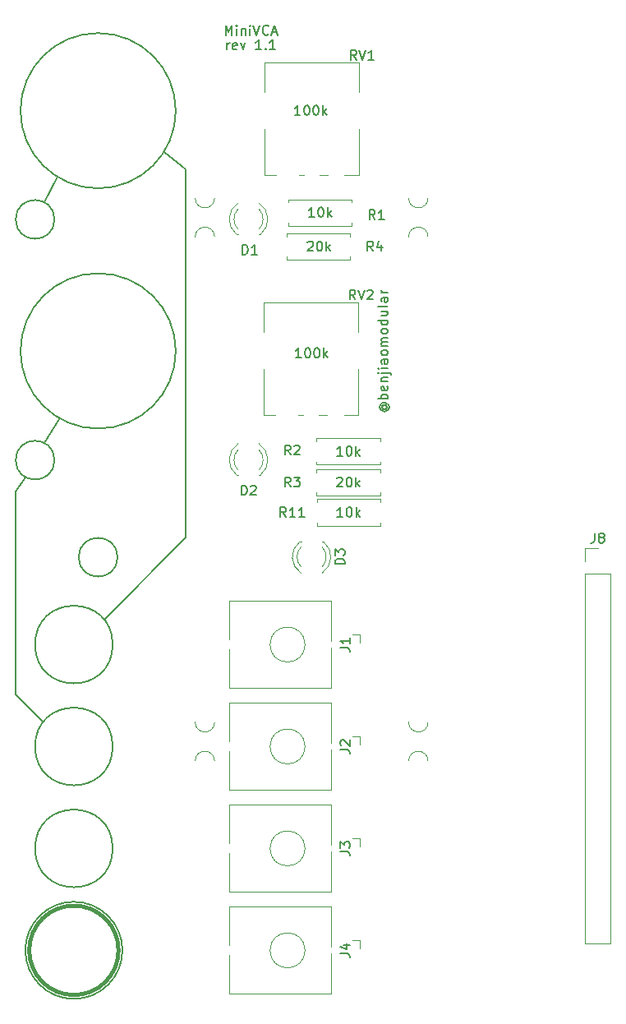
<source format=gbr>
%TF.GenerationSoftware,KiCad,Pcbnew,5.1.9+dfsg1-1~bpo10+1*%
%TF.CreationDate,2021-12-28T01:34:00+08:00*%
%TF.ProjectId,MiniVCA 1.1,4d696e69-5643-4412-9031-2e312e6b6963,rev?*%
%TF.SameCoordinates,Original*%
%TF.FileFunction,Legend,Top*%
%TF.FilePolarity,Positive*%
%FSLAX46Y46*%
G04 Gerber Fmt 4.6, Leading zero omitted, Abs format (unit mm)*
G04 Created by KiCad (PCBNEW 5.1.9+dfsg1-1~bpo10+1) date 2021-12-28 01:34:00*
%MOMM*%
%LPD*%
G01*
G04 APERTURE LIST*
%ADD10C,0.150000*%
%ADD11C,0.200000*%
%ADD12C,0.400000*%
%ADD13C,0.100000*%
%ADD14C,0.120000*%
G04 APERTURE END LIST*
D10*
X62503998Y-149500000D02*
G75*
G03*
X62503998Y-149500000I-5003998J0D01*
G01*
D11*
X89376190Y-93347619D02*
X89328571Y-93395238D01*
X89280952Y-93490476D01*
X89280952Y-93585714D01*
X89328571Y-93680952D01*
X89376190Y-93728571D01*
X89471428Y-93776190D01*
X89566666Y-93776190D01*
X89661904Y-93728571D01*
X89709523Y-93680952D01*
X89757142Y-93585714D01*
X89757142Y-93490476D01*
X89709523Y-93395238D01*
X89661904Y-93347619D01*
X89280952Y-93347619D02*
X89661904Y-93347619D01*
X89709523Y-93300000D01*
X89709523Y-93252380D01*
X89661904Y-93157142D01*
X89566666Y-93109523D01*
X89328571Y-93109523D01*
X89185714Y-93204761D01*
X89090476Y-93347619D01*
X89042857Y-93538095D01*
X89090476Y-93728571D01*
X89185714Y-93871428D01*
X89328571Y-93966666D01*
X89519047Y-94014285D01*
X89709523Y-93966666D01*
X89852380Y-93871428D01*
X89947619Y-93728571D01*
X89995238Y-93538095D01*
X89947619Y-93347619D01*
X89852380Y-93204761D01*
X89852380Y-92680952D02*
X88852380Y-92680952D01*
X89233333Y-92680952D02*
X89185714Y-92585714D01*
X89185714Y-92395238D01*
X89233333Y-92300000D01*
X89280952Y-92252380D01*
X89376190Y-92204761D01*
X89661904Y-92204761D01*
X89757142Y-92252380D01*
X89804761Y-92300000D01*
X89852380Y-92395238D01*
X89852380Y-92585714D01*
X89804761Y-92680952D01*
X89804761Y-91395238D02*
X89852380Y-91490476D01*
X89852380Y-91680952D01*
X89804761Y-91776190D01*
X89709523Y-91823809D01*
X89328571Y-91823809D01*
X89233333Y-91776190D01*
X89185714Y-91680952D01*
X89185714Y-91490476D01*
X89233333Y-91395238D01*
X89328571Y-91347619D01*
X89423809Y-91347619D01*
X89519047Y-91823809D01*
X89185714Y-90919047D02*
X89852380Y-90919047D01*
X89280952Y-90919047D02*
X89233333Y-90871428D01*
X89185714Y-90776190D01*
X89185714Y-90633333D01*
X89233333Y-90538095D01*
X89328571Y-90490476D01*
X89852380Y-90490476D01*
X89185714Y-90014285D02*
X90042857Y-90014285D01*
X90138095Y-90061904D01*
X90185714Y-90157142D01*
X90185714Y-90204761D01*
X88852380Y-90014285D02*
X88900000Y-90061904D01*
X88947619Y-90014285D01*
X88900000Y-89966666D01*
X88852380Y-90014285D01*
X88947619Y-90014285D01*
X89852380Y-89538095D02*
X89185714Y-89538095D01*
X88852380Y-89538095D02*
X88900000Y-89585714D01*
X88947619Y-89538095D01*
X88900000Y-89490476D01*
X88852380Y-89538095D01*
X88947619Y-89538095D01*
X89852380Y-88633333D02*
X89328571Y-88633333D01*
X89233333Y-88680952D01*
X89185714Y-88776190D01*
X89185714Y-88966666D01*
X89233333Y-89061904D01*
X89804761Y-88633333D02*
X89852380Y-88728571D01*
X89852380Y-88966666D01*
X89804761Y-89061904D01*
X89709523Y-89109523D01*
X89614285Y-89109523D01*
X89519047Y-89061904D01*
X89471428Y-88966666D01*
X89471428Y-88728571D01*
X89423809Y-88633333D01*
X89852380Y-88014285D02*
X89804761Y-88109523D01*
X89757142Y-88157142D01*
X89661904Y-88204761D01*
X89376190Y-88204761D01*
X89280952Y-88157142D01*
X89233333Y-88109523D01*
X89185714Y-88014285D01*
X89185714Y-87871428D01*
X89233333Y-87776190D01*
X89280952Y-87728571D01*
X89376190Y-87680952D01*
X89661904Y-87680952D01*
X89757142Y-87728571D01*
X89804761Y-87776190D01*
X89852380Y-87871428D01*
X89852380Y-88014285D01*
X89852380Y-87252380D02*
X89185714Y-87252380D01*
X89280952Y-87252380D02*
X89233333Y-87204761D01*
X89185714Y-87109523D01*
X89185714Y-86966666D01*
X89233333Y-86871428D01*
X89328571Y-86823809D01*
X89852380Y-86823809D01*
X89328571Y-86823809D02*
X89233333Y-86776190D01*
X89185714Y-86680952D01*
X89185714Y-86538095D01*
X89233333Y-86442857D01*
X89328571Y-86395238D01*
X89852380Y-86395238D01*
X89852380Y-85776190D02*
X89804761Y-85871428D01*
X89757142Y-85919047D01*
X89661904Y-85966666D01*
X89376190Y-85966666D01*
X89280952Y-85919047D01*
X89233333Y-85871428D01*
X89185714Y-85776190D01*
X89185714Y-85633333D01*
X89233333Y-85538095D01*
X89280952Y-85490476D01*
X89376190Y-85442857D01*
X89661904Y-85442857D01*
X89757142Y-85490476D01*
X89804761Y-85538095D01*
X89852380Y-85633333D01*
X89852380Y-85776190D01*
X89852380Y-84585714D02*
X88852380Y-84585714D01*
X89804761Y-84585714D02*
X89852380Y-84680952D01*
X89852380Y-84871428D01*
X89804761Y-84966666D01*
X89757142Y-85014285D01*
X89661904Y-85061904D01*
X89376190Y-85061904D01*
X89280952Y-85014285D01*
X89233333Y-84966666D01*
X89185714Y-84871428D01*
X89185714Y-84680952D01*
X89233333Y-84585714D01*
X89185714Y-83680952D02*
X89852380Y-83680952D01*
X89185714Y-84109523D02*
X89709523Y-84109523D01*
X89804761Y-84061904D01*
X89852380Y-83966666D01*
X89852380Y-83823809D01*
X89804761Y-83728571D01*
X89757142Y-83680952D01*
X89852380Y-83061904D02*
X89804761Y-83157142D01*
X89709523Y-83204761D01*
X88852380Y-83204761D01*
X89852380Y-82252380D02*
X89328571Y-82252380D01*
X89233333Y-82300000D01*
X89185714Y-82395238D01*
X89185714Y-82585714D01*
X89233333Y-82680952D01*
X89804761Y-82252380D02*
X89852380Y-82347619D01*
X89852380Y-82585714D01*
X89804761Y-82680952D01*
X89709523Y-82728571D01*
X89614285Y-82728571D01*
X89519047Y-82680952D01*
X89471428Y-82585714D01*
X89471428Y-82347619D01*
X89423809Y-82252380D01*
X89852380Y-81776190D02*
X89185714Y-81776190D01*
X89376190Y-81776190D02*
X89280952Y-81728571D01*
X89233333Y-81680952D01*
X89185714Y-81585714D01*
X89185714Y-81490476D01*
D10*
X73130952Y-55202380D02*
X73130952Y-54202380D01*
X73464285Y-54916666D01*
X73797619Y-54202380D01*
X73797619Y-55202380D01*
X74273809Y-55202380D02*
X74273809Y-54535714D01*
X74273809Y-54202380D02*
X74226190Y-54250000D01*
X74273809Y-54297619D01*
X74321428Y-54250000D01*
X74273809Y-54202380D01*
X74273809Y-54297619D01*
X74750000Y-54535714D02*
X74750000Y-55202380D01*
X74750000Y-54630952D02*
X74797619Y-54583333D01*
X74892857Y-54535714D01*
X75035714Y-54535714D01*
X75130952Y-54583333D01*
X75178571Y-54678571D01*
X75178571Y-55202380D01*
X75654761Y-55202380D02*
X75654761Y-54535714D01*
X75654761Y-54202380D02*
X75607142Y-54250000D01*
X75654761Y-54297619D01*
X75702380Y-54250000D01*
X75654761Y-54202380D01*
X75654761Y-54297619D01*
X75988095Y-54202380D02*
X76321428Y-55202380D01*
X76654761Y-54202380D01*
X77559523Y-55107142D02*
X77511904Y-55154761D01*
X77369047Y-55202380D01*
X77273809Y-55202380D01*
X77130952Y-55154761D01*
X77035714Y-55059523D01*
X76988095Y-54964285D01*
X76940476Y-54773809D01*
X76940476Y-54630952D01*
X76988095Y-54440476D01*
X77035714Y-54345238D01*
X77130952Y-54250000D01*
X77273809Y-54202380D01*
X77369047Y-54202380D01*
X77511904Y-54250000D01*
X77559523Y-54297619D01*
X77940476Y-54916666D02*
X78416666Y-54916666D01*
X77845238Y-55202380D02*
X78178571Y-54202380D01*
X78511904Y-55202380D01*
X69000000Y-107000000D02*
X60600000Y-115400000D01*
X69000000Y-87300000D02*
X69000000Y-107000000D01*
X69000000Y-69000000D02*
X66800000Y-67300000D01*
X69000000Y-87300000D02*
X69000000Y-69000000D01*
X51500000Y-102250000D02*
X52500000Y-100750000D01*
X51500000Y-123100000D02*
X51500000Y-102250000D01*
X54400000Y-126000000D02*
X51500000Y-123100000D01*
X73297619Y-56702380D02*
X73297619Y-56035714D01*
X73297619Y-56226190D02*
X73345238Y-56130952D01*
X73392857Y-56083333D01*
X73488095Y-56035714D01*
X73583333Y-56035714D01*
X74297619Y-56654761D02*
X74202380Y-56702380D01*
X74011904Y-56702380D01*
X73916666Y-56654761D01*
X73869047Y-56559523D01*
X73869047Y-56178571D01*
X73916666Y-56083333D01*
X74011904Y-56035714D01*
X74202380Y-56035714D01*
X74297619Y-56083333D01*
X74345238Y-56178571D01*
X74345238Y-56273809D01*
X73869047Y-56369047D01*
X74678571Y-56035714D02*
X74916666Y-56702380D01*
X75154761Y-56035714D01*
X76821428Y-56702380D02*
X76250000Y-56702380D01*
X76535714Y-56702380D02*
X76535714Y-55702380D01*
X76440476Y-55845238D01*
X76345238Y-55940476D01*
X76250000Y-55988095D01*
X77250000Y-56607142D02*
X77297619Y-56654761D01*
X77250000Y-56702380D01*
X77202380Y-56654761D01*
X77250000Y-56607142D01*
X77250000Y-56702380D01*
X78250000Y-56702380D02*
X77678571Y-56702380D01*
X77964285Y-56702380D02*
X77964285Y-55702380D01*
X77869047Y-55845238D01*
X77773809Y-55940476D01*
X77678571Y-55988095D01*
D12*
X62101087Y-149500000D02*
G75*
G03*
X62101087Y-149500000I-4601087J0D01*
G01*
D10*
X61500000Y-139000000D02*
G75*
G03*
X61500000Y-139000000I-4000000J0D01*
G01*
X61500000Y-128500000D02*
G75*
G03*
X61500000Y-128500000I-4000000J0D01*
G01*
X61500000Y-118000000D02*
G75*
G03*
X61500000Y-118000000I-4000000J0D01*
G01*
X62000000Y-109000000D02*
G75*
G03*
X62000000Y-109000000I-2000000J0D01*
G01*
X54450000Y-72400000D02*
X55800000Y-69800000D01*
X54500000Y-97250000D02*
X56000000Y-94750000D01*
X68000000Y-87750000D02*
G75*
G03*
X68000000Y-87750000I-8000000J0D01*
G01*
X68000000Y-63000000D02*
G75*
G03*
X68000000Y-63000000I-8000000J0D01*
G01*
X55500000Y-74200000D02*
G75*
G03*
X55500000Y-74200000I-2000000J0D01*
G01*
X55500000Y-99000000D02*
G75*
G03*
X55500000Y-99000000I-2000000J0D01*
G01*
D13*
%TO.C,REF\u002A\u002A*%
X92000000Y-126000000D02*
G75*
G03*
X94000000Y-126000000I1000000J0D01*
G01*
X94000000Y-130000000D02*
G75*
G03*
X92000000Y-130000000I-1000000J0D01*
G01*
X92000000Y-72000000D02*
G75*
G03*
X94000000Y-72000000I1000000J0D01*
G01*
X94000000Y-76000000D02*
G75*
G03*
X92000000Y-76000000I-1000000J0D01*
G01*
X70000000Y-126000000D02*
G75*
G03*
X72000000Y-126000000I1000000J0D01*
G01*
X72000000Y-130000000D02*
G75*
G03*
X70000000Y-130000000I-1000000J0D01*
G01*
X70000000Y-72000000D02*
G75*
G03*
X72000000Y-72000000I1000000J0D01*
G01*
X72000000Y-76000000D02*
G75*
G03*
X70000000Y-76000000I-1000000J0D01*
G01*
D14*
%TO.C,D1*%
X76580000Y-75740000D02*
X76736000Y-75740000D01*
X74264000Y-75740000D02*
X74420000Y-75740000D01*
X74421392Y-72507665D02*
G75*
G03*
X74264484Y-75740000I1078608J-1672335D01*
G01*
X76578608Y-72507665D02*
G75*
G02*
X76735516Y-75740000I-1078608J-1672335D01*
G01*
X74420163Y-73138870D02*
G75*
G03*
X74420000Y-75220961I1079837J-1041130D01*
G01*
X76579837Y-73138870D02*
G75*
G02*
X76580000Y-75220961I-1079837J-1041130D01*
G01*
%TO.C,D2*%
X74264000Y-100540000D02*
X74420000Y-100540000D01*
X76580000Y-100540000D02*
X76736000Y-100540000D01*
X76579837Y-97938870D02*
G75*
G02*
X76580000Y-100020961I-1079837J-1041130D01*
G01*
X74420163Y-97938870D02*
G75*
G03*
X74420000Y-100020961I1079837J-1041130D01*
G01*
X76578608Y-97307665D02*
G75*
G02*
X76735516Y-100540000I-1078608J-1672335D01*
G01*
X74421392Y-97307665D02*
G75*
G03*
X74264484Y-100540000I1078608J-1672335D01*
G01*
%TO.C,J1*%
X87000000Y-116940000D02*
X87000000Y-117800000D01*
X73520000Y-117500000D02*
X73520000Y-113500000D01*
X73520000Y-122500000D02*
X73520000Y-118500000D01*
X84020000Y-113500000D02*
X73520000Y-113500000D01*
X81320000Y-118000000D02*
G75*
G03*
X81320000Y-118000000I-1800000J0D01*
G01*
X84020000Y-117650000D02*
X84020000Y-113500000D01*
X84020000Y-122500000D02*
X84020000Y-118350000D01*
X84020000Y-122500000D02*
X73520000Y-122500000D01*
X87000000Y-116940000D02*
X86200000Y-116940000D01*
%TO.C,J2*%
X87000000Y-127440000D02*
X86200000Y-127440000D01*
X84020000Y-133000000D02*
X73520000Y-133000000D01*
X84020000Y-133000000D02*
X84020000Y-128850000D01*
X84020000Y-128150000D02*
X84020000Y-124000000D01*
X81320000Y-128500000D02*
G75*
G03*
X81320000Y-128500000I-1800000J0D01*
G01*
X84020000Y-124000000D02*
X73520000Y-124000000D01*
X73520000Y-133000000D02*
X73520000Y-129000000D01*
X73520000Y-128000000D02*
X73520000Y-124000000D01*
X87000000Y-127440000D02*
X87000000Y-128300000D01*
%TO.C,J3*%
X87000000Y-137940000D02*
X87000000Y-138800000D01*
X73520000Y-138500000D02*
X73520000Y-134500000D01*
X73520000Y-143500000D02*
X73520000Y-139500000D01*
X84020000Y-134500000D02*
X73520000Y-134500000D01*
X81320000Y-139000000D02*
G75*
G03*
X81320000Y-139000000I-1800000J0D01*
G01*
X84020000Y-138650000D02*
X84020000Y-134500000D01*
X84020000Y-143500000D02*
X84020000Y-139350000D01*
X84020000Y-143500000D02*
X73520000Y-143500000D01*
X87000000Y-137940000D02*
X86200000Y-137940000D01*
%TO.C,J4*%
X87000000Y-148440000D02*
X86200000Y-148440000D01*
X84020000Y-154000000D02*
X73520000Y-154000000D01*
X84020000Y-154000000D02*
X84020000Y-149850000D01*
X84020000Y-149150000D02*
X84020000Y-145000000D01*
X81320000Y-149500000D02*
G75*
G03*
X81320000Y-149500000I-1800000J0D01*
G01*
X84020000Y-145000000D02*
X73520000Y-145000000D01*
X73520000Y-154000000D02*
X73520000Y-150000000D01*
X73520000Y-149000000D02*
X73520000Y-145000000D01*
X87000000Y-148440000D02*
X87000000Y-149300000D01*
%TO.C,R1*%
X79620000Y-72130000D02*
X79620000Y-72460000D01*
X86160000Y-72130000D02*
X79620000Y-72130000D01*
X86160000Y-72460000D02*
X86160000Y-72130000D01*
X79620000Y-74870000D02*
X79620000Y-74540000D01*
X86160000Y-74870000D02*
X79620000Y-74870000D01*
X86160000Y-74540000D02*
X86160000Y-74870000D01*
%TO.C,R2*%
X82520000Y-96730000D02*
X82520000Y-97060000D01*
X89060000Y-96730000D02*
X82520000Y-96730000D01*
X89060000Y-97060000D02*
X89060000Y-96730000D01*
X82520000Y-99470000D02*
X82520000Y-99140000D01*
X89060000Y-99470000D02*
X82520000Y-99470000D01*
X89060000Y-99140000D02*
X89060000Y-99470000D01*
%TO.C,R3*%
X82520000Y-99930000D02*
X82520000Y-100260000D01*
X89060000Y-99930000D02*
X82520000Y-99930000D01*
X89060000Y-100260000D02*
X89060000Y-99930000D01*
X82520000Y-102670000D02*
X82520000Y-102340000D01*
X89060000Y-102670000D02*
X82520000Y-102670000D01*
X89060000Y-102340000D02*
X89060000Y-102670000D01*
%TO.C,R4*%
X79420000Y-75630000D02*
X79420000Y-75960000D01*
X85960000Y-75630000D02*
X79420000Y-75630000D01*
X85960000Y-75960000D02*
X85960000Y-75630000D01*
X79420000Y-78370000D02*
X79420000Y-78040000D01*
X85960000Y-78370000D02*
X79420000Y-78370000D01*
X85960000Y-78040000D02*
X85960000Y-78370000D01*
%TO.C,RV1*%
X86870000Y-69620000D02*
X86870000Y-64900000D01*
X86870000Y-69620000D02*
X85380000Y-69620000D01*
X83660000Y-69620000D02*
X82830000Y-69620000D01*
X78310000Y-69620000D02*
X77130000Y-69620000D01*
X86870000Y-58030000D02*
X77130000Y-58030000D01*
X86870000Y-61090000D02*
X86870000Y-58030000D01*
X77120000Y-69620000D02*
X77120000Y-64900000D01*
X77130000Y-61090000D02*
X77130000Y-58030000D01*
X81210000Y-69620000D02*
X80680000Y-69620000D01*
%TO.C,RV2*%
X81160000Y-94370000D02*
X80630000Y-94370000D01*
X77080000Y-85840000D02*
X77080000Y-82780000D01*
X77070000Y-94370000D02*
X77070000Y-89650000D01*
X86820000Y-85840000D02*
X86820000Y-82780000D01*
X86820000Y-82780000D02*
X77080000Y-82780000D01*
X78260000Y-94370000D02*
X77080000Y-94370000D01*
X83610000Y-94370000D02*
X82780000Y-94370000D01*
X86820000Y-94370000D02*
X85330000Y-94370000D01*
X86820000Y-94370000D02*
X86820000Y-89650000D01*
%TO.C,D3*%
X80920000Y-107410000D02*
X80764000Y-107410000D01*
X83236000Y-107410000D02*
X83080000Y-107410000D01*
X83078608Y-110642335D02*
G75*
G03*
X83235516Y-107410000I-1078608J1672335D01*
G01*
X80921392Y-110642335D02*
G75*
G02*
X80764484Y-107410000I1078608J1672335D01*
G01*
X83079837Y-110011130D02*
G75*
G03*
X83080000Y-107929039I-1079837J1041130D01*
G01*
X80920163Y-110011130D02*
G75*
G02*
X80920000Y-107929039I1079837J1041130D01*
G01*
%TO.C,R11*%
X89080000Y-105770000D02*
X89080000Y-105440000D01*
X82540000Y-105770000D02*
X89080000Y-105770000D01*
X82540000Y-105440000D02*
X82540000Y-105770000D01*
X89080000Y-103030000D02*
X89080000Y-103360000D01*
X82540000Y-103030000D02*
X89080000Y-103030000D01*
X82540000Y-103360000D02*
X82540000Y-103030000D01*
%TO.C,J8*%
X110170000Y-108070000D02*
X111500000Y-108070000D01*
X110170000Y-109400000D02*
X110170000Y-108070000D01*
X110170000Y-110670000D02*
X112830000Y-110670000D01*
X112830000Y-110670000D02*
X112830000Y-148830000D01*
X110170000Y-110670000D02*
X110170000Y-148830000D01*
X110170000Y-148830000D02*
X112830000Y-148830000D01*
%TO.C,D1*%
D10*
X74861904Y-77802380D02*
X74861904Y-76802380D01*
X75100000Y-76802380D01*
X75242857Y-76850000D01*
X75338095Y-76945238D01*
X75385714Y-77040476D01*
X75433333Y-77230952D01*
X75433333Y-77373809D01*
X75385714Y-77564285D01*
X75338095Y-77659523D01*
X75242857Y-77754761D01*
X75100000Y-77802380D01*
X74861904Y-77802380D01*
X76385714Y-77802380D02*
X75814285Y-77802380D01*
X76100000Y-77802380D02*
X76100000Y-76802380D01*
X76004761Y-76945238D01*
X75909523Y-77040476D01*
X75814285Y-77088095D01*
%TO.C,D2*%
X74761904Y-102602380D02*
X74761904Y-101602380D01*
X75000000Y-101602380D01*
X75142857Y-101650000D01*
X75238095Y-101745238D01*
X75285714Y-101840476D01*
X75333333Y-102030952D01*
X75333333Y-102173809D01*
X75285714Y-102364285D01*
X75238095Y-102459523D01*
X75142857Y-102554761D01*
X75000000Y-102602380D01*
X74761904Y-102602380D01*
X75714285Y-101697619D02*
X75761904Y-101650000D01*
X75857142Y-101602380D01*
X76095238Y-101602380D01*
X76190476Y-101650000D01*
X76238095Y-101697619D01*
X76285714Y-101792857D01*
X76285714Y-101888095D01*
X76238095Y-102030952D01*
X75666666Y-102602380D01*
X76285714Y-102602380D01*
%TO.C,J1*%
X84952380Y-118333333D02*
X85666666Y-118333333D01*
X85809523Y-118380952D01*
X85904761Y-118476190D01*
X85952380Y-118619047D01*
X85952380Y-118714285D01*
X85952380Y-117333333D02*
X85952380Y-117904761D01*
X85952380Y-117619047D02*
X84952380Y-117619047D01*
X85095238Y-117714285D01*
X85190476Y-117809523D01*
X85238095Y-117904761D01*
%TO.C,J2*%
X84952380Y-128833333D02*
X85666666Y-128833333D01*
X85809523Y-128880952D01*
X85904761Y-128976190D01*
X85952380Y-129119047D01*
X85952380Y-129214285D01*
X85047619Y-128404761D02*
X85000000Y-128357142D01*
X84952380Y-128261904D01*
X84952380Y-128023809D01*
X85000000Y-127928571D01*
X85047619Y-127880952D01*
X85142857Y-127833333D01*
X85238095Y-127833333D01*
X85380952Y-127880952D01*
X85952380Y-128452380D01*
X85952380Y-127833333D01*
%TO.C,J3*%
X84952380Y-139333333D02*
X85666666Y-139333333D01*
X85809523Y-139380952D01*
X85904761Y-139476190D01*
X85952380Y-139619047D01*
X85952380Y-139714285D01*
X84952380Y-138952380D02*
X84952380Y-138333333D01*
X85333333Y-138666666D01*
X85333333Y-138523809D01*
X85380952Y-138428571D01*
X85428571Y-138380952D01*
X85523809Y-138333333D01*
X85761904Y-138333333D01*
X85857142Y-138380952D01*
X85904761Y-138428571D01*
X85952380Y-138523809D01*
X85952380Y-138809523D01*
X85904761Y-138904761D01*
X85857142Y-138952380D01*
%TO.C,J4*%
X84952380Y-149833333D02*
X85666666Y-149833333D01*
X85809523Y-149880952D01*
X85904761Y-149976190D01*
X85952380Y-150119047D01*
X85952380Y-150214285D01*
X85285714Y-148928571D02*
X85952380Y-148928571D01*
X84904761Y-149166666D02*
X85619047Y-149404761D01*
X85619047Y-148785714D01*
%TO.C,R1*%
X88533333Y-74202380D02*
X88200000Y-73726190D01*
X87961904Y-74202380D02*
X87961904Y-73202380D01*
X88342857Y-73202380D01*
X88438095Y-73250000D01*
X88485714Y-73297619D01*
X88533333Y-73392857D01*
X88533333Y-73535714D01*
X88485714Y-73630952D01*
X88438095Y-73678571D01*
X88342857Y-73726190D01*
X87961904Y-73726190D01*
X89485714Y-74202380D02*
X88914285Y-74202380D01*
X89200000Y-74202380D02*
X89200000Y-73202380D01*
X89104761Y-73345238D01*
X89009523Y-73440476D01*
X88914285Y-73488095D01*
X82294761Y-73952380D02*
X81723333Y-73952380D01*
X82009047Y-73952380D02*
X82009047Y-72952380D01*
X81913809Y-73095238D01*
X81818571Y-73190476D01*
X81723333Y-73238095D01*
X82913809Y-72952380D02*
X83009047Y-72952380D01*
X83104285Y-73000000D01*
X83151904Y-73047619D01*
X83199523Y-73142857D01*
X83247142Y-73333333D01*
X83247142Y-73571428D01*
X83199523Y-73761904D01*
X83151904Y-73857142D01*
X83104285Y-73904761D01*
X83009047Y-73952380D01*
X82913809Y-73952380D01*
X82818571Y-73904761D01*
X82770952Y-73857142D01*
X82723333Y-73761904D01*
X82675714Y-73571428D01*
X82675714Y-73333333D01*
X82723333Y-73142857D01*
X82770952Y-73047619D01*
X82818571Y-73000000D01*
X82913809Y-72952380D01*
X83675714Y-73952380D02*
X83675714Y-72952380D01*
X83770952Y-73571428D02*
X84056666Y-73952380D01*
X84056666Y-73285714D02*
X83675714Y-73666666D01*
%TO.C,R2*%
X79833333Y-98452380D02*
X79500000Y-97976190D01*
X79261904Y-98452380D02*
X79261904Y-97452380D01*
X79642857Y-97452380D01*
X79738095Y-97500000D01*
X79785714Y-97547619D01*
X79833333Y-97642857D01*
X79833333Y-97785714D01*
X79785714Y-97880952D01*
X79738095Y-97928571D01*
X79642857Y-97976190D01*
X79261904Y-97976190D01*
X80214285Y-97547619D02*
X80261904Y-97500000D01*
X80357142Y-97452380D01*
X80595238Y-97452380D01*
X80690476Y-97500000D01*
X80738095Y-97547619D01*
X80785714Y-97642857D01*
X80785714Y-97738095D01*
X80738095Y-97880952D01*
X80166666Y-98452380D01*
X80785714Y-98452380D01*
X85194761Y-98552380D02*
X84623333Y-98552380D01*
X84909047Y-98552380D02*
X84909047Y-97552380D01*
X84813809Y-97695238D01*
X84718571Y-97790476D01*
X84623333Y-97838095D01*
X85813809Y-97552380D02*
X85909047Y-97552380D01*
X86004285Y-97600000D01*
X86051904Y-97647619D01*
X86099523Y-97742857D01*
X86147142Y-97933333D01*
X86147142Y-98171428D01*
X86099523Y-98361904D01*
X86051904Y-98457142D01*
X86004285Y-98504761D01*
X85909047Y-98552380D01*
X85813809Y-98552380D01*
X85718571Y-98504761D01*
X85670952Y-98457142D01*
X85623333Y-98361904D01*
X85575714Y-98171428D01*
X85575714Y-97933333D01*
X85623333Y-97742857D01*
X85670952Y-97647619D01*
X85718571Y-97600000D01*
X85813809Y-97552380D01*
X86575714Y-98552380D02*
X86575714Y-97552380D01*
X86670952Y-98171428D02*
X86956666Y-98552380D01*
X86956666Y-97885714D02*
X86575714Y-98266666D01*
%TO.C,R3*%
X79833333Y-101752380D02*
X79500000Y-101276190D01*
X79261904Y-101752380D02*
X79261904Y-100752380D01*
X79642857Y-100752380D01*
X79738095Y-100800000D01*
X79785714Y-100847619D01*
X79833333Y-100942857D01*
X79833333Y-101085714D01*
X79785714Y-101180952D01*
X79738095Y-101228571D01*
X79642857Y-101276190D01*
X79261904Y-101276190D01*
X80166666Y-100752380D02*
X80785714Y-100752380D01*
X80452380Y-101133333D01*
X80595238Y-101133333D01*
X80690476Y-101180952D01*
X80738095Y-101228571D01*
X80785714Y-101323809D01*
X80785714Y-101561904D01*
X80738095Y-101657142D01*
X80690476Y-101704761D01*
X80595238Y-101752380D01*
X80309523Y-101752380D01*
X80214285Y-101704761D01*
X80166666Y-101657142D01*
X84623333Y-100847619D02*
X84670952Y-100800000D01*
X84766190Y-100752380D01*
X85004285Y-100752380D01*
X85099523Y-100800000D01*
X85147142Y-100847619D01*
X85194761Y-100942857D01*
X85194761Y-101038095D01*
X85147142Y-101180952D01*
X84575714Y-101752380D01*
X85194761Y-101752380D01*
X85813809Y-100752380D02*
X85909047Y-100752380D01*
X86004285Y-100800000D01*
X86051904Y-100847619D01*
X86099523Y-100942857D01*
X86147142Y-101133333D01*
X86147142Y-101371428D01*
X86099523Y-101561904D01*
X86051904Y-101657142D01*
X86004285Y-101704761D01*
X85909047Y-101752380D01*
X85813809Y-101752380D01*
X85718571Y-101704761D01*
X85670952Y-101657142D01*
X85623333Y-101561904D01*
X85575714Y-101371428D01*
X85575714Y-101133333D01*
X85623333Y-100942857D01*
X85670952Y-100847619D01*
X85718571Y-100800000D01*
X85813809Y-100752380D01*
X86575714Y-101752380D02*
X86575714Y-100752380D01*
X86670952Y-101371428D02*
X86956666Y-101752380D01*
X86956666Y-101085714D02*
X86575714Y-101466666D01*
%TO.C,R4*%
X88333333Y-77452380D02*
X88000000Y-76976190D01*
X87761904Y-77452380D02*
X87761904Y-76452380D01*
X88142857Y-76452380D01*
X88238095Y-76500000D01*
X88285714Y-76547619D01*
X88333333Y-76642857D01*
X88333333Y-76785714D01*
X88285714Y-76880952D01*
X88238095Y-76928571D01*
X88142857Y-76976190D01*
X87761904Y-76976190D01*
X89190476Y-76785714D02*
X89190476Y-77452380D01*
X88952380Y-76404761D02*
X88714285Y-77119047D01*
X89333333Y-77119047D01*
X81583333Y-76547619D02*
X81630952Y-76500000D01*
X81726190Y-76452380D01*
X81964285Y-76452380D01*
X82059523Y-76500000D01*
X82107142Y-76547619D01*
X82154761Y-76642857D01*
X82154761Y-76738095D01*
X82107142Y-76880952D01*
X81535714Y-77452380D01*
X82154761Y-77452380D01*
X82773809Y-76452380D02*
X82869047Y-76452380D01*
X82964285Y-76500000D01*
X83011904Y-76547619D01*
X83059523Y-76642857D01*
X83107142Y-76833333D01*
X83107142Y-77071428D01*
X83059523Y-77261904D01*
X83011904Y-77357142D01*
X82964285Y-77404761D01*
X82869047Y-77452380D01*
X82773809Y-77452380D01*
X82678571Y-77404761D01*
X82630952Y-77357142D01*
X82583333Y-77261904D01*
X82535714Y-77071428D01*
X82535714Y-76833333D01*
X82583333Y-76642857D01*
X82630952Y-76547619D01*
X82678571Y-76500000D01*
X82773809Y-76452380D01*
X83535714Y-77452380D02*
X83535714Y-76452380D01*
X83630952Y-77071428D02*
X83916666Y-77452380D01*
X83916666Y-76785714D02*
X83535714Y-77166666D01*
%TO.C,RV1*%
X80828571Y-63452380D02*
X80257142Y-63452380D01*
X80542857Y-63452380D02*
X80542857Y-62452380D01*
X80447619Y-62595238D01*
X80352380Y-62690476D01*
X80257142Y-62738095D01*
X81447619Y-62452380D02*
X81542857Y-62452380D01*
X81638095Y-62500000D01*
X81685714Y-62547619D01*
X81733333Y-62642857D01*
X81780952Y-62833333D01*
X81780952Y-63071428D01*
X81733333Y-63261904D01*
X81685714Y-63357142D01*
X81638095Y-63404761D01*
X81542857Y-63452380D01*
X81447619Y-63452380D01*
X81352380Y-63404761D01*
X81304761Y-63357142D01*
X81257142Y-63261904D01*
X81209523Y-63071428D01*
X81209523Y-62833333D01*
X81257142Y-62642857D01*
X81304761Y-62547619D01*
X81352380Y-62500000D01*
X81447619Y-62452380D01*
X82400000Y-62452380D02*
X82495238Y-62452380D01*
X82590476Y-62500000D01*
X82638095Y-62547619D01*
X82685714Y-62642857D01*
X82733333Y-62833333D01*
X82733333Y-63071428D01*
X82685714Y-63261904D01*
X82638095Y-63357142D01*
X82590476Y-63404761D01*
X82495238Y-63452380D01*
X82400000Y-63452380D01*
X82304761Y-63404761D01*
X82257142Y-63357142D01*
X82209523Y-63261904D01*
X82161904Y-63071428D01*
X82161904Y-62833333D01*
X82209523Y-62642857D01*
X82257142Y-62547619D01*
X82304761Y-62500000D01*
X82400000Y-62452380D01*
X83161904Y-63452380D02*
X83161904Y-62452380D01*
X83257142Y-63071428D02*
X83542857Y-63452380D01*
X83542857Y-62785714D02*
X83161904Y-63166666D01*
X86604761Y-57752380D02*
X86271428Y-57276190D01*
X86033333Y-57752380D02*
X86033333Y-56752380D01*
X86414285Y-56752380D01*
X86509523Y-56800000D01*
X86557142Y-56847619D01*
X86604761Y-56942857D01*
X86604761Y-57085714D01*
X86557142Y-57180952D01*
X86509523Y-57228571D01*
X86414285Y-57276190D01*
X86033333Y-57276190D01*
X86890476Y-56752380D02*
X87223809Y-57752380D01*
X87557142Y-56752380D01*
X88414285Y-57752380D02*
X87842857Y-57752380D01*
X88128571Y-57752380D02*
X88128571Y-56752380D01*
X88033333Y-56895238D01*
X87938095Y-56990476D01*
X87842857Y-57038095D01*
%TO.C,RV2*%
X86504761Y-82452380D02*
X86171428Y-81976190D01*
X85933333Y-82452380D02*
X85933333Y-81452380D01*
X86314285Y-81452380D01*
X86409523Y-81500000D01*
X86457142Y-81547619D01*
X86504761Y-81642857D01*
X86504761Y-81785714D01*
X86457142Y-81880952D01*
X86409523Y-81928571D01*
X86314285Y-81976190D01*
X85933333Y-81976190D01*
X86790476Y-81452380D02*
X87123809Y-82452380D01*
X87457142Y-81452380D01*
X87742857Y-81547619D02*
X87790476Y-81500000D01*
X87885714Y-81452380D01*
X88123809Y-81452380D01*
X88219047Y-81500000D01*
X88266666Y-81547619D01*
X88314285Y-81642857D01*
X88314285Y-81738095D01*
X88266666Y-81880952D01*
X87695238Y-82452380D01*
X88314285Y-82452380D01*
X80928571Y-88452380D02*
X80357142Y-88452380D01*
X80642857Y-88452380D02*
X80642857Y-87452380D01*
X80547619Y-87595238D01*
X80452380Y-87690476D01*
X80357142Y-87738095D01*
X81547619Y-87452380D02*
X81642857Y-87452380D01*
X81738095Y-87500000D01*
X81785714Y-87547619D01*
X81833333Y-87642857D01*
X81880952Y-87833333D01*
X81880952Y-88071428D01*
X81833333Y-88261904D01*
X81785714Y-88357142D01*
X81738095Y-88404761D01*
X81642857Y-88452380D01*
X81547619Y-88452380D01*
X81452380Y-88404761D01*
X81404761Y-88357142D01*
X81357142Y-88261904D01*
X81309523Y-88071428D01*
X81309523Y-87833333D01*
X81357142Y-87642857D01*
X81404761Y-87547619D01*
X81452380Y-87500000D01*
X81547619Y-87452380D01*
X82500000Y-87452380D02*
X82595238Y-87452380D01*
X82690476Y-87500000D01*
X82738095Y-87547619D01*
X82785714Y-87642857D01*
X82833333Y-87833333D01*
X82833333Y-88071428D01*
X82785714Y-88261904D01*
X82738095Y-88357142D01*
X82690476Y-88404761D01*
X82595238Y-88452380D01*
X82500000Y-88452380D01*
X82404761Y-88404761D01*
X82357142Y-88357142D01*
X82309523Y-88261904D01*
X82261904Y-88071428D01*
X82261904Y-87833333D01*
X82309523Y-87642857D01*
X82357142Y-87547619D01*
X82404761Y-87500000D01*
X82500000Y-87452380D01*
X83261904Y-88452380D02*
X83261904Y-87452380D01*
X83357142Y-88071428D02*
X83642857Y-88452380D01*
X83642857Y-87785714D02*
X83261904Y-88166666D01*
%TO.C,D3*%
X85412380Y-109708095D02*
X84412380Y-109708095D01*
X84412380Y-109470000D01*
X84460000Y-109327142D01*
X84555238Y-109231904D01*
X84650476Y-109184285D01*
X84840952Y-109136666D01*
X84983809Y-109136666D01*
X85174285Y-109184285D01*
X85269523Y-109231904D01*
X85364761Y-109327142D01*
X85412380Y-109470000D01*
X85412380Y-109708095D01*
X84412380Y-108803333D02*
X84412380Y-108184285D01*
X84793333Y-108517619D01*
X84793333Y-108374761D01*
X84840952Y-108279523D01*
X84888571Y-108231904D01*
X84983809Y-108184285D01*
X85221904Y-108184285D01*
X85317142Y-108231904D01*
X85364761Y-108279523D01*
X85412380Y-108374761D01*
X85412380Y-108660476D01*
X85364761Y-108755714D01*
X85317142Y-108803333D01*
%TO.C,R11*%
X79357142Y-104852380D02*
X79023809Y-104376190D01*
X78785714Y-104852380D02*
X78785714Y-103852380D01*
X79166666Y-103852380D01*
X79261904Y-103900000D01*
X79309523Y-103947619D01*
X79357142Y-104042857D01*
X79357142Y-104185714D01*
X79309523Y-104280952D01*
X79261904Y-104328571D01*
X79166666Y-104376190D01*
X78785714Y-104376190D01*
X80309523Y-104852380D02*
X79738095Y-104852380D01*
X80023809Y-104852380D02*
X80023809Y-103852380D01*
X79928571Y-103995238D01*
X79833333Y-104090476D01*
X79738095Y-104138095D01*
X81261904Y-104852380D02*
X80690476Y-104852380D01*
X80976190Y-104852380D02*
X80976190Y-103852380D01*
X80880952Y-103995238D01*
X80785714Y-104090476D01*
X80690476Y-104138095D01*
X85214761Y-104852380D02*
X84643333Y-104852380D01*
X84929047Y-104852380D02*
X84929047Y-103852380D01*
X84833809Y-103995238D01*
X84738571Y-104090476D01*
X84643333Y-104138095D01*
X85833809Y-103852380D02*
X85929047Y-103852380D01*
X86024285Y-103900000D01*
X86071904Y-103947619D01*
X86119523Y-104042857D01*
X86167142Y-104233333D01*
X86167142Y-104471428D01*
X86119523Y-104661904D01*
X86071904Y-104757142D01*
X86024285Y-104804761D01*
X85929047Y-104852380D01*
X85833809Y-104852380D01*
X85738571Y-104804761D01*
X85690952Y-104757142D01*
X85643333Y-104661904D01*
X85595714Y-104471428D01*
X85595714Y-104233333D01*
X85643333Y-104042857D01*
X85690952Y-103947619D01*
X85738571Y-103900000D01*
X85833809Y-103852380D01*
X86595714Y-104852380D02*
X86595714Y-103852380D01*
X86690952Y-104471428D02*
X86976666Y-104852380D01*
X86976666Y-104185714D02*
X86595714Y-104566666D01*
%TO.C,J8*%
X111166666Y-106522380D02*
X111166666Y-107236666D01*
X111119047Y-107379523D01*
X111023809Y-107474761D01*
X110880952Y-107522380D01*
X110785714Y-107522380D01*
X111785714Y-106950952D02*
X111690476Y-106903333D01*
X111642857Y-106855714D01*
X111595238Y-106760476D01*
X111595238Y-106712857D01*
X111642857Y-106617619D01*
X111690476Y-106570000D01*
X111785714Y-106522380D01*
X111976190Y-106522380D01*
X112071428Y-106570000D01*
X112119047Y-106617619D01*
X112166666Y-106712857D01*
X112166666Y-106760476D01*
X112119047Y-106855714D01*
X112071428Y-106903333D01*
X111976190Y-106950952D01*
X111785714Y-106950952D01*
X111690476Y-106998571D01*
X111642857Y-107046190D01*
X111595238Y-107141428D01*
X111595238Y-107331904D01*
X111642857Y-107427142D01*
X111690476Y-107474761D01*
X111785714Y-107522380D01*
X111976190Y-107522380D01*
X112071428Y-107474761D01*
X112119047Y-107427142D01*
X112166666Y-107331904D01*
X112166666Y-107141428D01*
X112119047Y-107046190D01*
X112071428Y-106998571D01*
X111976190Y-106950952D01*
%TD*%
M02*

</source>
